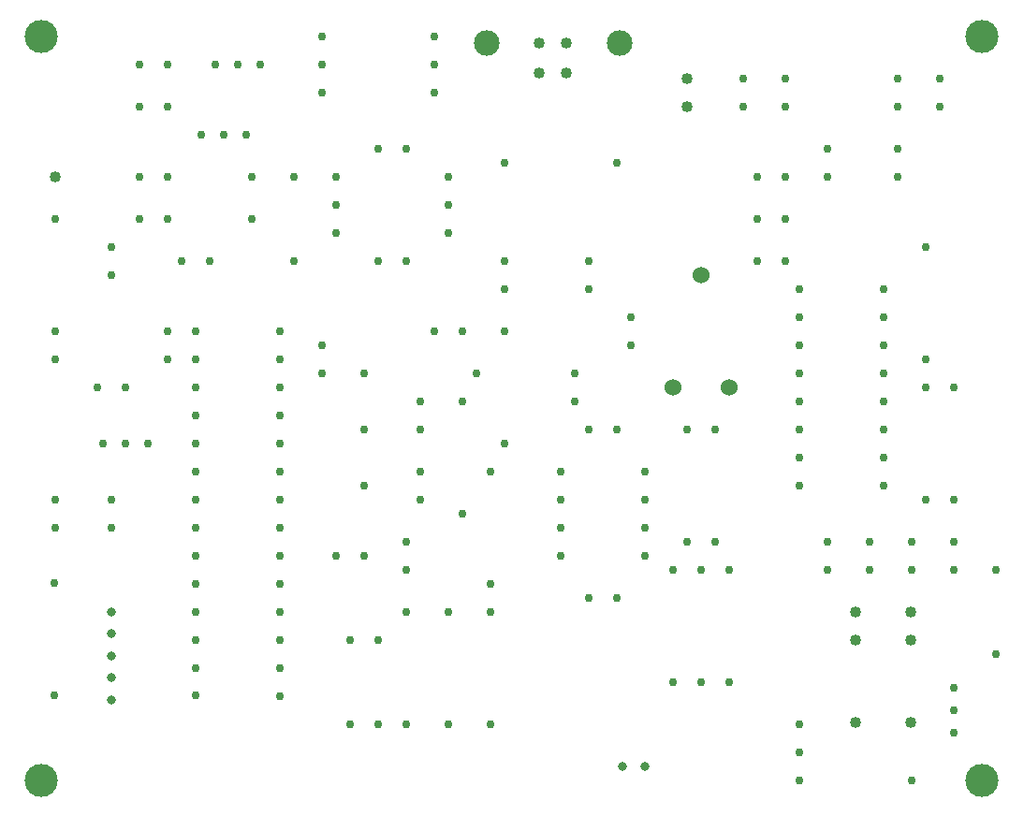
<source format=gbr>
G04 PROTEUS GERBER X2 FILE*
%TF.GenerationSoftware,Labcenter,Proteus,8.16-SP3-Build36097*%
%TF.CreationDate,2025-03-10T19:03:01+00:00*%
%TF.FileFunction,Plated,1,2,PTH*%
%TF.FilePolarity,Positive*%
%TF.Part,Single*%
%TF.SameCoordinates,{c7fb7d1a-4934-4bec-a2ef-7a72e4f8d48a}*%
%FSLAX45Y45*%
%MOMM*%
G01*
%TA.AperFunction,ComponentDrill*%
%ADD51C,1.016000*%
%TA.AperFunction,MechanicalDrill*%
%ADD52C,2.311400*%
%TA.AperFunction,ComponentDrill*%
%ADD53C,0.762000*%
%TA.AperFunction,ComponentDrill*%
%ADD54C,1.524000*%
%TA.AperFunction,ComponentDrill*%
%ADD55C,0.812800*%
%TA.AperFunction,MechanicalDrill*%
%ADD56C,3.000000*%
%TD.AperFunction*%
D51*
X+5517960Y+3727120D03*
X+5766880Y+3727120D03*
X+5766880Y+3998900D03*
X+5517960Y+3998900D03*
D52*
X+6250000Y+4000000D03*
X+5046040Y+4000000D03*
D53*
X+3175000Y-1905000D03*
X+3175000Y-1651000D03*
X+3175000Y-1397000D03*
X+3175000Y-1143000D03*
X+3175000Y-889000D03*
X+3175000Y-635000D03*
X+3175000Y-381000D03*
X+3175000Y-127000D03*
X+3175000Y+127000D03*
X+3175000Y+381000D03*
X+3175000Y+635000D03*
X+3175000Y+889000D03*
X+3175000Y+1143000D03*
X+3175000Y+1397000D03*
X+2413000Y+1397000D03*
X+2413000Y+1143000D03*
X+2413000Y+889000D03*
X+2413000Y+635000D03*
X+2413000Y+381000D03*
X+2413000Y+127000D03*
X+2413000Y-127000D03*
X+2413000Y-381000D03*
X+2413000Y-635000D03*
X+2413000Y-889000D03*
X+2413000Y-1143000D03*
X+2413000Y-1397000D03*
X+2413000Y-1651000D03*
X+2413000Y-1903000D03*
X+1981200Y+381000D03*
X+1778000Y+381000D03*
X+1574800Y+381000D03*
X+1143000Y-381000D03*
X+1143000Y-127000D03*
X+1651000Y-127000D03*
X+1651000Y-381000D03*
X+1139000Y-1901000D03*
X+1139000Y-885000D03*
X+1778000Y+889000D03*
X+1524000Y+889000D03*
X+1143000Y+1143000D03*
X+2159000Y+1143000D03*
X+2159000Y+1397000D03*
X+1143000Y+1397000D03*
X+3937000Y+0D03*
X+3937000Y+508000D03*
X+4445000Y-127000D03*
X+4445000Y+127000D03*
X+4445000Y+762000D03*
X+4445000Y+508000D03*
X+3556000Y+1016000D03*
X+3556000Y+1270000D03*
X+3683000Y-635000D03*
X+3937000Y-635000D03*
X+3810000Y-1397000D03*
X+3810000Y-2159000D03*
X+4064000Y-1397000D03*
X+4064000Y-2159000D03*
X+4318000Y-1143000D03*
X+4318000Y-2159000D03*
X+4699000Y-1143000D03*
X+4699000Y-2159000D03*
X+5080000Y-1143000D03*
X+5080000Y-2159000D03*
X+6477000Y-635000D03*
X+6477000Y-381000D03*
X+6477000Y-127000D03*
X+6477000Y+127000D03*
X+5715000Y+127000D03*
X+5715000Y-127000D03*
X+5715000Y-381000D03*
X+5715000Y-635000D03*
X+4318000Y-762000D03*
X+4318000Y-508000D03*
X+4826000Y-254000D03*
X+4826000Y+762000D03*
X+5080000Y-889000D03*
X+5080000Y+127000D03*
X+5969000Y-1016000D03*
X+6223000Y-1016000D03*
X+5969000Y+508000D03*
X+6223000Y+508000D03*
X+5842000Y+1016000D03*
X+5842000Y+762000D03*
X+4953000Y+1016000D03*
X+3937000Y+1016000D03*
X+5207000Y+381000D03*
X+5207000Y+1397000D03*
X+4826000Y+1397000D03*
X+4572000Y+1397000D03*
X+6731000Y-1778000D03*
X+6731000Y-762000D03*
X+6985000Y-1778000D03*
X+6985000Y-762000D03*
X+7239000Y-762000D03*
X+7239000Y-1778000D03*
X+6858000Y-508000D03*
X+6858000Y+508000D03*
X+7112000Y-508000D03*
X+7112000Y+508000D03*
D54*
X+6731000Y+889000D03*
X+7239000Y+889000D03*
X+6985000Y+1905000D03*
D53*
X+7747000Y+2032000D03*
X+7493000Y+2032000D03*
D51*
X+6858000Y+3429000D03*
X+6858000Y+3683000D03*
D53*
X+5207000Y+2921000D03*
X+6223000Y+2921000D03*
X+6350000Y+1270000D03*
X+6350000Y+1524000D03*
X+5207000Y+2032000D03*
X+5969000Y+2032000D03*
X+5969000Y+1778000D03*
X+5207000Y+1778000D03*
X+4064000Y+2032000D03*
X+4318000Y+2032000D03*
X+4699000Y+2540000D03*
X+3683000Y+2540000D03*
X+3683000Y+2286000D03*
X+4699000Y+2286000D03*
X+4699000Y+2794000D03*
X+3683000Y+2794000D03*
X+4318000Y+3048000D03*
X+4064000Y+3048000D03*
X+3556000Y+3556000D03*
X+4572000Y+3556000D03*
X+3556000Y+3810000D03*
X+4572000Y+3810000D03*
X+3556000Y+4064000D03*
X+4572000Y+4064000D03*
X+2590800Y+3810000D03*
X+2794000Y+3810000D03*
X+2997200Y+3810000D03*
X+2463800Y+3175000D03*
X+2667000Y+3175000D03*
X+2870200Y+3175000D03*
X+2921000Y+2794000D03*
X+2159000Y+2794000D03*
X+3302000Y+2794000D03*
X+3302000Y+2032000D03*
X+2921000Y+2413000D03*
X+2159000Y+2413000D03*
X+1905000Y+2794000D03*
D51*
X+1143000Y+2794000D03*
D53*
X+1905000Y+2413000D03*
X+1143000Y+2413000D03*
X+1651000Y+1905000D03*
X+1651000Y+2159000D03*
X+2540000Y+2032000D03*
X+2286000Y+2032000D03*
X+2159000Y+3429000D03*
X+1905000Y+3429000D03*
X+2159000Y+3810000D03*
X+1905000Y+3810000D03*
D55*
X+1651000Y-1943000D03*
X+1651000Y-1743000D03*
X+1651000Y-1543000D03*
X+1651000Y-1343000D03*
X+1651000Y-1143000D03*
X+6477000Y-2540000D03*
X+6277000Y-2540000D03*
D56*
X+1016000Y-2667000D03*
X+9525000Y-2667000D03*
X+1016000Y+4064000D03*
X+9525000Y+4064000D03*
D53*
X+8636000Y+0D03*
X+8636000Y+254000D03*
X+8636000Y+508000D03*
X+8636000Y+762000D03*
X+8636000Y+1016000D03*
X+8636000Y+1270000D03*
X+8636000Y+1524000D03*
X+8636000Y+1778000D03*
X+7874000Y+1778000D03*
X+7874000Y+1524000D03*
X+7874000Y+1270000D03*
X+7874000Y+1016000D03*
X+7874000Y+762000D03*
X+7874000Y+508000D03*
X+7874000Y+254000D03*
X+7874000Y+0D03*
D51*
X+8382000Y-1397000D03*
X+8882000Y-1397000D03*
X+8382000Y-2147000D03*
X+8882000Y-2147000D03*
X+8382000Y-1147000D03*
X+8882000Y-1147000D03*
D53*
X+7747000Y+3683000D03*
X+8763000Y+3683000D03*
X+7747000Y+3429000D03*
X+8763000Y+3429000D03*
X+7366000Y+3683000D03*
X+7366000Y+3429000D03*
X+7493000Y+2413000D03*
X+7747000Y+2413000D03*
X+7493000Y+2794000D03*
X+7747000Y+2794000D03*
X+7874000Y-2413000D03*
X+7874000Y-2159000D03*
X+8128000Y-508000D03*
X+8128000Y-762000D03*
X+8509000Y-508000D03*
X+8509000Y-762000D03*
X+8890000Y-508000D03*
X+8890000Y-762000D03*
X+9271000Y-508000D03*
X+9271000Y-762000D03*
X+9017000Y-127000D03*
X+9017000Y+889000D03*
X+9271000Y-1828800D03*
X+9271000Y-2032000D03*
X+9271000Y-2235200D03*
X+8890000Y-2667000D03*
X+7874000Y-2667000D03*
X+9271000Y+889000D03*
X+9271000Y-127000D03*
X+9017000Y+1143000D03*
X+9017000Y+2159000D03*
X+8763000Y+2794000D03*
X+8763000Y+3048000D03*
X+8128000Y+3048000D03*
X+8128000Y+2794000D03*
X+9144000Y+3683000D03*
X+9144000Y+3429000D03*
X+9652000Y-1524000D03*
X+9652000Y-762000D03*
M02*

</source>
